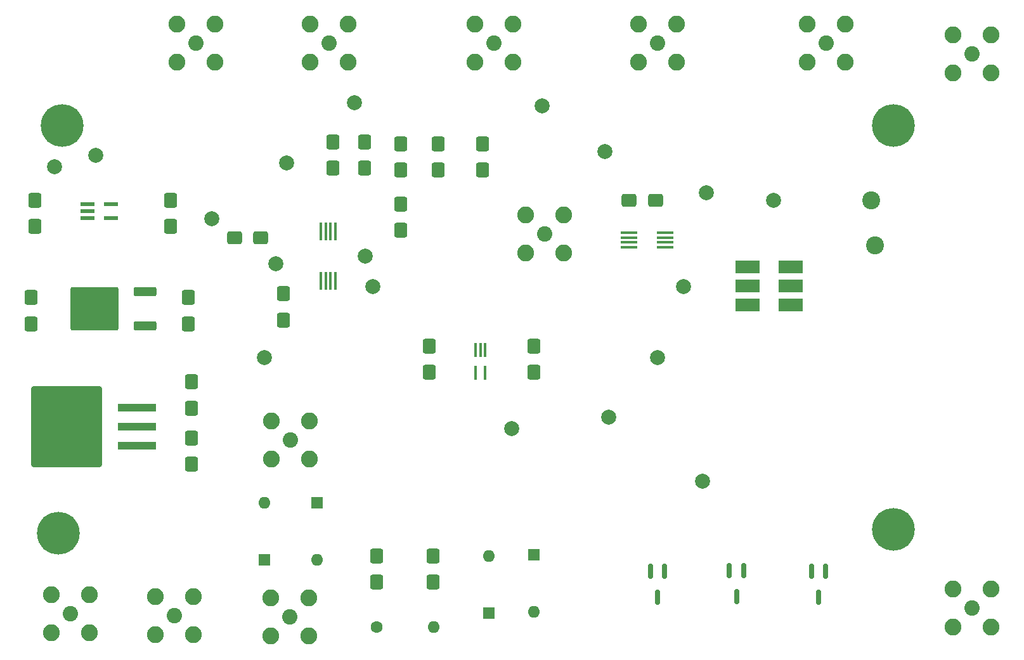
<source format=gbr>
%TF.GenerationSoftware,KiCad,Pcbnew,8.0.6*%
%TF.CreationDate,2025-02-17T16:21:55-05:00*%
%TF.ProjectId,PCB Design,50434220-4465-4736-9967-6e2e6b696361,rev?*%
%TF.SameCoordinates,Original*%
%TF.FileFunction,Soldermask,Top*%
%TF.FilePolarity,Negative*%
%FSLAX46Y46*%
G04 Gerber Fmt 4.6, Leading zero omitted, Abs format (unit mm)*
G04 Created by KiCad (PCBNEW 8.0.6) date 2025-02-17 16:21:55*
%MOMM*%
%LPD*%
G01*
G04 APERTURE LIST*
G04 Aperture macros list*
%AMRoundRect*
0 Rectangle with rounded corners*
0 $1 Rounding radius*
0 $2 $3 $4 $5 $6 $7 $8 $9 X,Y pos of 4 corners*
0 Add a 4 corners polygon primitive as box body*
4,1,4,$2,$3,$4,$5,$6,$7,$8,$9,$2,$3,0*
0 Add four circle primitives for the rounded corners*
1,1,$1+$1,$2,$3*
1,1,$1+$1,$4,$5*
1,1,$1+$1,$6,$7*
1,1,$1+$1,$8,$9*
0 Add four rect primitives between the rounded corners*
20,1,$1+$1,$2,$3,$4,$5,0*
20,1,$1+$1,$4,$5,$6,$7,0*
20,1,$1+$1,$6,$7,$8,$9,0*
20,1,$1+$1,$8,$9,$2,$3,0*%
G04 Aperture macros list end*
%ADD10RoundRect,0.336539X0.663461X0.538461X-0.663461X0.538461X-0.663461X-0.538461X0.663461X-0.538461X0*%
%ADD11C,2.050000*%
%ADD12C,2.250000*%
%ADD13RoundRect,0.336539X0.538461X-0.663461X0.538461X0.663461X-0.538461X0.663461X-0.538461X-0.663461X0*%
%ADD14RoundRect,0.100000X-1.000000X-0.100000X1.000000X-0.100000X1.000000X0.100000X-1.000000X0.100000X0*%
%ADD15RoundRect,0.093750X-1.006250X-0.093750X1.006250X-0.093750X1.006250X0.093750X-1.006250X0.093750X0*%
%ADD16C,5.700000*%
%ADD17C,2.000000*%
%ADD18RoundRect,0.100000X-0.100000X0.860000X-0.100000X-0.860000X0.100000X-0.860000X0.100000X0.860000X0*%
%ADD19R,1.600000X1.600000*%
%ADD20O,1.600000X1.600000*%
%ADD21C,1.600000*%
%ADD22RoundRect,0.250000X1.280000X0.350000X-1.280000X0.350000X-1.280000X-0.350000X1.280000X-0.350000X0*%
%ADD23RoundRect,0.249997X2.950003X2.650003X-2.950003X2.650003X-2.950003X-2.650003X2.950003X-2.650003X0*%
%ADD24R,1.915800X0.558800*%
%ADD25RoundRect,0.162500X-0.162500X0.837500X-0.162500X-0.837500X0.162500X-0.837500X0.162500X0.837500X0*%
%ADD26C,2.400000*%
%ADD27R,3.230000X1.651000*%
%ADD28RoundRect,0.336539X-0.538461X0.663461X-0.538461X-0.663461X0.538461X-0.663461X0.538461X0.663461X0*%
%ADD29RoundRect,0.100000X-0.100000X1.087500X-0.100000X-1.087500X0.100000X-1.087500X0.100000X1.087500X0*%
%ADD30RoundRect,0.093750X-0.093750X1.093750X-0.093750X-1.093750X0.093750X-1.093750X0.093750X1.093750X0*%
%ADD31RoundRect,0.336539X-0.663461X-0.538461X0.663461X-0.538461X0.663461X0.538461X-0.663461X0.538461X0*%
%ADD32RoundRect,0.250000X2.325000X0.300000X-2.325000X0.300000X-2.325000X-0.300000X2.325000X-0.300000X0*%
%ADD33RoundRect,0.250002X4.449998X5.149998X-4.449998X5.149998X-4.449998X-5.149998X4.449998X-5.149998X0*%
G04 APERTURE END LIST*
D10*
%TO.C,0.1uf*%
X132500000Y-93500000D03*
X129000000Y-93500000D03*
%TD*%
D11*
%TO.C,24V_DC*%
X107061000Y-143764000D03*
D12*
X104521000Y-141224000D03*
X104521000Y-146304000D03*
X109601000Y-141224000D03*
X109601000Y-146304000D03*
%TD*%
D13*
%TO.C,1uF1*%
X123300000Y-116275000D03*
X123300000Y-112775000D03*
%TD*%
%TO.C,1k\u03A91*%
X151162500Y-84500000D03*
X151162500Y-81000000D03*
%TD*%
D14*
%TO.C,Switch1*%
X181700000Y-92850000D03*
X181700000Y-93500000D03*
X181700000Y-94150000D03*
X181700000Y-94800000D03*
X186500000Y-94800000D03*
D15*
X186500000Y-94137500D03*
D14*
X186500000Y-93500000D03*
X186500000Y-92850000D03*
%TD*%
D13*
%TO.C,C7*%
X155500000Y-139500000D03*
X155500000Y-136000000D03*
%TD*%
D11*
%TO.C,24V_AMP_PWR*%
X121000000Y-144000000D03*
D12*
X118460000Y-141460000D03*
X118460000Y-146540000D03*
X123540000Y-141460000D03*
X123540000Y-146540000D03*
%TD*%
D16*
%TO.C,REF\u002A\u002A*%
X217000000Y-78500000D03*
%TD*%
D13*
%TO.C,C10*%
X135500000Y-104500000D03*
X135500000Y-101000000D03*
%TD*%
D17*
%TO.C,TP17*%
X126000000Y-91000000D03*
%TD*%
D13*
%TO.C,1uF2*%
X155000000Y-111500000D03*
X155000000Y-108000000D03*
%TD*%
%TO.C,12k\u03A91*%
X156162500Y-84500000D03*
X156162500Y-81000000D03*
%TD*%
%TO.C,10uF1*%
X122825000Y-105000000D03*
X122825000Y-101500000D03*
%TD*%
D17*
%TO.C,TP7*%
X136000000Y-83500000D03*
%TD*%
D18*
%TO.C,1.8V_Reg.1*%
X162500000Y-108500000D03*
X161850000Y-108500000D03*
X161200000Y-108500000D03*
X161200000Y-111580000D03*
X162500000Y-111580000D03*
%TD*%
D11*
%TO.C,HP_AMP_IN*%
X170460000Y-93000000D03*
D12*
X173000000Y-95540000D03*
X173000000Y-90460000D03*
X167920000Y-95540000D03*
X167920000Y-90460000D03*
%TD*%
D19*
%TO.C,D2*%
X140000000Y-128880000D03*
D20*
X140000000Y-136500000D03*
%TD*%
D16*
%TO.C,REF\u002A\u002A*%
X105500000Y-133000000D03*
%TD*%
D13*
%TO.C,1uF3*%
X169000000Y-111500000D03*
X169000000Y-108000000D03*
%TD*%
D16*
%TO.C,REF\u002A\u002A*%
X106000000Y-78500000D03*
%TD*%
D19*
%TO.C,D1*%
X133000000Y-136500000D03*
D20*
X133000000Y-128880000D03*
%TD*%
D21*
%TO.C,0.56uH*%
X148000000Y-145500000D03*
D20*
X155620000Y-145500000D03*
%TD*%
D11*
%TO.C,SIN_GEN*%
X185500000Y-67500000D03*
D12*
X188040000Y-70040000D03*
X188040000Y-64960000D03*
X182960000Y-70040000D03*
X182960000Y-64960000D03*
%TD*%
D13*
%TO.C,20k\u03A91*%
X142162500Y-84250000D03*
X142162500Y-80750000D03*
%TD*%
D22*
%TO.C,5V_REG1*%
X117055000Y-105305000D03*
D23*
X110325000Y-103025000D03*
D22*
X117055000Y-100745000D03*
%TD*%
D17*
%TO.C,TP3*%
X146500000Y-96000000D03*
%TD*%
%TO.C,TP13*%
X191500000Y-126000000D03*
%TD*%
D11*
%TO.C,O-SCOPE_TRIG*%
X163675000Y-67500000D03*
D12*
X166215000Y-70040000D03*
X166215000Y-64960000D03*
X161135000Y-70040000D03*
X161135000Y-64960000D03*
%TD*%
D19*
%TO.C,D4*%
X169000000Y-135880000D03*
D20*
X169000000Y-143500000D03*
%TD*%
D24*
%TO.C,-5V_REG1*%
X109415800Y-89000000D03*
X109415800Y-89952500D03*
X109415800Y-90905000D03*
X112500000Y-90905000D03*
X112500000Y-89000000D03*
%TD*%
D13*
%TO.C,R1*%
X151162500Y-92500000D03*
X151162500Y-89000000D03*
%TD*%
D11*
%TO.C,F_OUT*%
X141675000Y-67500000D03*
D12*
X144215000Y-70040000D03*
X144215000Y-64960000D03*
X139135000Y-70040000D03*
X139135000Y-64960000D03*
%TD*%
D13*
%TO.C,0.33uF1*%
X123300000Y-123775000D03*
X123300000Y-120275000D03*
%TD*%
D11*
%TO.C,LNA_OUT*%
X227500000Y-69000000D03*
D12*
X230040000Y-71540000D03*
X230040000Y-66460000D03*
X224960000Y-71540000D03*
X224960000Y-66460000D03*
%TD*%
D13*
%TO.C,1nF1*%
X146412500Y-84250000D03*
X146412500Y-80750000D03*
%TD*%
D25*
%TO.C,D8*%
X207950000Y-138080000D03*
X206050000Y-138080000D03*
X207000000Y-141500000D03*
%TD*%
D11*
%TO.C,LNA_IN*%
X227460000Y-142960000D03*
D12*
X224920000Y-140420000D03*
X224920000Y-145500000D03*
X230000000Y-140420000D03*
X230000000Y-145500000D03*
%TD*%
D26*
%TO.C,GNDPin1*%
X214500000Y-94500000D03*
%TD*%
D27*
%TO.C,Power_Spliter*%
X203270000Y-102500000D03*
X203270000Y-99960000D03*
X203270000Y-97420000D03*
X197500000Y-97420000D03*
X197500000Y-99960000D03*
X197500000Y-102500000D03*
%TD*%
D17*
%TO.C,TP8*%
X192000000Y-87500000D03*
%TD*%
%TO.C,TP6*%
X110500000Y-82500000D03*
%TD*%
%TO.C,TP9*%
X166000000Y-119000000D03*
%TD*%
%TO.C,TP11*%
X185500000Y-109500000D03*
%TD*%
D11*
%TO.C,SIN_TRIG*%
X208000000Y-67500000D03*
D12*
X210540000Y-70040000D03*
X210540000Y-64960000D03*
X205460000Y-70040000D03*
X205460000Y-64960000D03*
%TD*%
D28*
%TO.C,10uF*%
X120500000Y-88500000D03*
X120500000Y-92000000D03*
%TD*%
D17*
%TO.C,TP2*%
X178500000Y-82000000D03*
%TD*%
D11*
%TO.C,IMPD_MATCH*%
X136500000Y-120500000D03*
D12*
X133960000Y-117960000D03*
X133960000Y-123040000D03*
X139040000Y-117960000D03*
X139040000Y-123040000D03*
%TD*%
D17*
%TO.C,TP10*%
X170053000Y-75946000D03*
%TD*%
%TO.C,TP5*%
X145000000Y-75500000D03*
%TD*%
D16*
%TO.C,REF\u002A\u002A*%
X217000000Y-132500000D03*
%TD*%
D11*
%TO.C,HP_AMP_OUT*%
X136398000Y-144145000D03*
D12*
X133858000Y-141605000D03*
X133858000Y-146685000D03*
X138938000Y-141605000D03*
X138938000Y-146685000D03*
%TD*%
D11*
%TO.C,PULSE_GEN*%
X123825000Y-67500000D03*
D12*
X126365000Y-70040000D03*
X126365000Y-64960000D03*
X121285000Y-70040000D03*
X121285000Y-64960000D03*
%TD*%
D19*
%TO.C,D3*%
X163000000Y-143620000D03*
D20*
X163000000Y-136000000D03*
%TD*%
D13*
%TO.C,C6*%
X148000000Y-139500000D03*
X148000000Y-136000000D03*
%TD*%
D26*
%TO.C,+12VPin1*%
X214000000Y-88500000D03*
%TD*%
D29*
%TO.C,LNA1*%
X142475000Y-92687500D03*
X141825000Y-92687500D03*
D30*
X141187500Y-92687500D03*
D29*
X140525000Y-92687500D03*
X140525000Y-99312500D03*
D30*
X141187500Y-99312500D03*
D29*
X141825000Y-99312500D03*
X142475000Y-99312500D03*
%TD*%
D25*
%TO.C,D9*%
X186450000Y-138080000D03*
X184550000Y-138080000D03*
X185500000Y-141500000D03*
%TD*%
D17*
%TO.C,TP18*%
X134500000Y-97000000D03*
%TD*%
%TO.C,TP4*%
X147500000Y-100000000D03*
%TD*%
%TO.C,TP12*%
X179000000Y-117500000D03*
%TD*%
D25*
%TO.C,D10*%
X197000000Y-138000000D03*
X195100000Y-138000000D03*
X196050000Y-141420000D03*
%TD*%
D17*
%TO.C,TP14*%
X201000000Y-88500000D03*
%TD*%
D13*
%TO.C,10uF4*%
X102325000Y-92000000D03*
X102325000Y-88500000D03*
%TD*%
%TO.C,10uF2*%
X101825000Y-105000000D03*
X101825000Y-101500000D03*
%TD*%
D31*
%TO.C,0.1uF1*%
X181700000Y-88500000D03*
X185200000Y-88500000D03*
%TD*%
D17*
%TO.C,TP1*%
X133000000Y-109500000D03*
%TD*%
D13*
%TO.C,1nF2*%
X162162500Y-84500000D03*
X162162500Y-81000000D03*
%TD*%
D17*
%TO.C,TP16*%
X105000000Y-84000000D03*
%TD*%
%TO.C,TP15*%
X189000000Y-100000000D03*
%TD*%
D32*
%TO.C,12V_REG1*%
X116000000Y-121265000D03*
X116000000Y-118725000D03*
D33*
X106575000Y-118725000D03*
D32*
X116000000Y-116185000D03*
%TD*%
M02*

</source>
